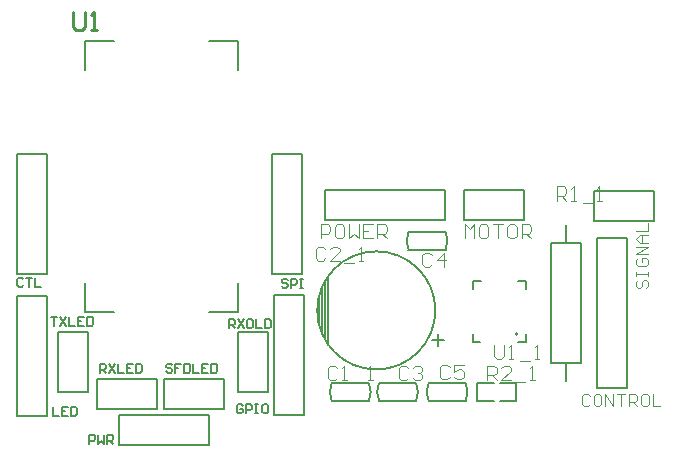
<source format=gto>
G04 Layer_Color=65535*
%FSLAX25Y25*%
%MOIN*%
G70*
G01*
G75*
%ADD17C,0.01000*%
%ADD35C,0.00787*%
%ADD36C,0.00591*%
%ADD37C,0.00500*%
%ADD38C,0.00472*%
D17*
X22125Y146936D02*
Y141937D01*
X23125Y140938D01*
X25124D01*
X26124Y141937D01*
Y146936D01*
X28123Y140938D02*
X30122D01*
X29123D01*
Y146936D01*
X28123Y145936D01*
D35*
X108370Y23336D02*
G03*
X108370Y17608I6387J-2864D01*
G01*
X120764Y17608D02*
G03*
X120764Y23336I-6387J2864D01*
G01*
X142913Y47638D02*
G03*
X142913Y47638I-19685J0D01*
G01*
X136512Y17608D02*
G03*
X136512Y23336I-6387J2864D01*
G01*
X124118D02*
G03*
X124118Y17608I6387J-2864D01*
G01*
X146354Y68002D02*
G03*
X146354Y73730I-6387J2864D01*
G01*
X133961Y73730D02*
G03*
X133961Y68002I6387J-2864D01*
G01*
X140654Y23336D02*
G03*
X140654Y17608I6387J-2864D01*
G01*
X153047Y17608D02*
G03*
X153047Y23336I-6387J2864D01*
G01*
X170390Y39764D02*
G03*
X170390Y39764I-311J0D01*
G01*
X88575Y59788D02*
X98575D01*
X88575D02*
Y99788D01*
X98575Y59788D02*
Y99788D01*
X88575D02*
X98575D01*
X89075Y12788D02*
X99075D01*
X89075D02*
Y52788D01*
X99075Y12788D02*
Y52788D01*
X89075D02*
X99075D01*
X77075Y20288D02*
Y40288D01*
Y20288D02*
X87075D01*
Y40288D01*
X77075D02*
X87075D01*
X52575Y24788D02*
X72575D01*
X52575Y14788D02*
Y24788D01*
Y14788D02*
X72575D01*
Y24788D01*
X30075Y14788D02*
X50075D01*
Y24788D01*
X30075D02*
X50075D01*
X30075Y14788D02*
Y24788D01*
X37575Y2788D02*
X67575D01*
Y12788D01*
X37575D02*
X67575D01*
X37575Y2788D02*
Y12788D01*
X3575Y59788D02*
X13575D01*
X3575D02*
Y99788D01*
X13575Y59788D02*
Y99788D01*
X3575D02*
X13575D01*
X3575Y12288D02*
X13575D01*
X3575D02*
Y52288D01*
X13575Y12288D02*
Y52288D01*
X3575D02*
X13575D01*
X25984Y137563D02*
X35827D01*
X25984Y127721D02*
Y137563D01*
X67323D02*
X77166D01*
Y127721D02*
Y137563D01*
X25984Y47012D02*
Y56854D01*
Y47012D02*
X35827D01*
X67323D02*
X77166D01*
Y56854D01*
X17075Y20288D02*
Y40288D01*
Y20288D02*
X27075D01*
Y40288D01*
X17075D02*
X27075D01*
X108370Y17472D02*
X120764D01*
X108370Y23472D02*
X120764D01*
X143728Y35638D02*
Y39638D01*
X141728Y37638D02*
X145728D01*
X124118Y23472D02*
X136512D01*
X124118Y17472D02*
X136512D01*
X133961Y73866D02*
X146354D01*
X133961Y67866D02*
X146354D01*
X140654Y17472D02*
X153047D01*
X140654Y23472D02*
X153047D01*
X196968Y71929D02*
X206968D01*
Y21929D02*
Y71929D01*
X196968Y21929D02*
Y71929D01*
Y21929D02*
X206968D01*
X172480Y77677D02*
Y87677D01*
X152480Y77677D02*
X172480D01*
X152480D02*
Y87677D01*
X172480D01*
X106024Y77677D02*
Y87677D01*
X146024D01*
X106024Y77677D02*
X146024D01*
Y87677D01*
X186614Y70000D02*
Y76000D01*
Y24000D02*
Y30000D01*
X181614D02*
X191614D01*
Y70000D01*
X181614D02*
X191614D01*
X181614Y30000D02*
Y70000D01*
X195787Y87283D02*
X215787D01*
X195787Y77284D02*
Y87283D01*
Y77284D02*
X215787D01*
Y87283D01*
X155315Y37106D02*
Y39665D01*
Y37106D02*
X157776D01*
X170472Y37205D02*
X173031D01*
Y39665D01*
X155315Y54823D02*
Y57284D01*
X158071D01*
X170374D02*
X173031D01*
Y54823D02*
Y57284D01*
D36*
X104228Y43138D02*
Y52138D01*
X105228Y40138D02*
Y55138D01*
X106228Y38138D02*
Y57138D01*
X107228Y36138D02*
Y59138D01*
X156886Y23472D02*
X162386D01*
X156886Y17472D02*
Y23472D01*
Y17472D02*
X162386D01*
X164386Y23472D02*
X169886D01*
Y17472D02*
Y23472D01*
X164386Y17472D02*
X169886D01*
D37*
X5543Y58011D02*
X5043Y58511D01*
X4043D01*
X3543Y58011D01*
Y56012D01*
X4043Y55512D01*
X5043D01*
X5543Y56012D01*
X6542Y58511D02*
X8542D01*
X7542D01*
Y55512D01*
X9541Y58511D02*
Y55512D01*
X11541D01*
X78771Y15885D02*
X78271Y16385D01*
X77271D01*
X76772Y15885D01*
Y13886D01*
X77271Y13386D01*
X78271D01*
X78771Y13886D01*
Y14885D01*
X77771D01*
X79771Y13386D02*
Y16385D01*
X81270D01*
X81770Y15885D01*
Y14885D01*
X81270Y14386D01*
X79771D01*
X82770Y16385D02*
X83769D01*
X83270D01*
Y13386D01*
X82770D01*
X83769D01*
X86768Y16385D02*
X85769D01*
X85269Y15885D01*
Y13886D01*
X85769Y13386D01*
X86768D01*
X87268Y13886D01*
Y15885D01*
X86768Y16385D01*
X15354Y15597D02*
Y12598D01*
X17354D01*
X20353Y15597D02*
X18353D01*
Y12598D01*
X20353D01*
X18353Y14098D02*
X19353D01*
X21352Y15597D02*
Y12598D01*
X22852D01*
X23352Y13098D01*
Y15098D01*
X22852Y15597D01*
X21352D01*
X27559Y3150D02*
Y6149D01*
X29059D01*
X29558Y5649D01*
Y4649D01*
X29059Y4149D01*
X27559D01*
X30558Y6149D02*
Y3150D01*
X31558Y4149D01*
X32557Y3150D01*
Y6149D01*
X33557Y3150D02*
Y6149D01*
X35057D01*
X35557Y5649D01*
Y4649D01*
X35057Y4149D01*
X33557D01*
X34557D02*
X35557Y3150D01*
X31102Y26772D02*
Y29771D01*
X32602D01*
X33102Y29271D01*
Y28271D01*
X32602Y27771D01*
X31102D01*
X32102D02*
X33102Y26772D01*
X34101Y29771D02*
X36101Y26772D01*
Y29771D02*
X34101Y26772D01*
X37100Y29771D02*
Y26772D01*
X39100D01*
X42099Y29771D02*
X40099D01*
Y26772D01*
X42099D01*
X40099Y28271D02*
X41099D01*
X43099Y29771D02*
Y26772D01*
X44598D01*
X45098Y27272D01*
Y29271D01*
X44598Y29771D01*
X43099D01*
X74016Y41732D02*
Y44731D01*
X75515D01*
X76015Y44232D01*
Y43232D01*
X75515Y42732D01*
X74016D01*
X75015D02*
X76015Y41732D01*
X77015Y44731D02*
X79014Y41732D01*
Y44731D02*
X77015Y41732D01*
X81513Y44731D02*
X80514D01*
X80014Y44232D01*
Y42232D01*
X80514Y41732D01*
X81513D01*
X82013Y42232D01*
Y44232D01*
X81513Y44731D01*
X83013D02*
Y41732D01*
X85012D01*
X86012Y44731D02*
Y41732D01*
X87511D01*
X88011Y42232D01*
Y44232D01*
X87511Y44731D01*
X86012D01*
X55149Y29271D02*
X54649Y29771D01*
X53649D01*
X53150Y29271D01*
Y28771D01*
X53649Y28271D01*
X54649D01*
X55149Y27771D01*
Y27272D01*
X54649Y26772D01*
X53649D01*
X53150Y27272D01*
X58148Y29771D02*
X56149D01*
Y28271D01*
X57148D01*
X56149D01*
Y26772D01*
X59148Y29771D02*
Y26772D01*
X60647D01*
X61147Y27272D01*
Y29271D01*
X60647Y29771D01*
X59148D01*
X62147D02*
Y26772D01*
X64146D01*
X67145Y29771D02*
X65146D01*
Y26772D01*
X67145D01*
X65146Y28271D02*
X66145D01*
X68145Y29771D02*
Y26772D01*
X69644D01*
X70144Y27272D01*
Y29271D01*
X69644Y29771D01*
X68145D01*
X93732Y57617D02*
X93232Y58117D01*
X92232D01*
X91732Y57617D01*
Y57117D01*
X92232Y56618D01*
X93232D01*
X93732Y56118D01*
Y55618D01*
X93232Y55118D01*
X92232D01*
X91732Y55618D01*
X94731Y55118D02*
Y58117D01*
X96231D01*
X96731Y57617D01*
Y56618D01*
X96231Y56118D01*
X94731D01*
X97730Y58117D02*
X98730D01*
X98230D01*
Y55118D01*
X97730D01*
X98730D01*
X14961Y45519D02*
X16960D01*
X15960D01*
Y42520D01*
X17960Y45519D02*
X19959Y42520D01*
Y45519D02*
X17960Y42520D01*
X20959Y45519D02*
Y42520D01*
X22958D01*
X25957Y45519D02*
X23958D01*
Y42520D01*
X25957D01*
X23958Y44019D02*
X24957D01*
X26957Y45519D02*
Y42520D01*
X28456D01*
X28956Y43020D01*
Y45019D01*
X28456Y45519D01*
X26957D01*
D38*
X110235Y28345D02*
X109448Y29132D01*
X107874D01*
X107087Y28345D01*
Y25197D01*
X107874Y24409D01*
X109448D01*
X110235Y25197D01*
X111810Y24409D02*
X113384D01*
X112597D01*
Y29132D01*
X111810Y28345D01*
X115745Y23622D02*
X118894D01*
X120468Y24409D02*
X122042D01*
X121255D01*
Y29132D01*
X120468Y28345D01*
X106298Y68109D02*
X105511Y68896D01*
X103937D01*
X103150Y68109D01*
Y64960D01*
X103937Y64173D01*
X105511D01*
X106298Y64960D01*
X111021Y64173D02*
X107872D01*
X111021Y67322D01*
Y68109D01*
X110234Y68896D01*
X108660D01*
X107872Y68109D01*
X112595Y63386D02*
X115744D01*
X117318Y64173D02*
X118893D01*
X118105D01*
Y68896D01*
X117318Y68109D01*
X133857Y28345D02*
X133070Y29132D01*
X131496D01*
X130709Y28345D01*
Y25197D01*
X131496Y24409D01*
X133070D01*
X133857Y25197D01*
X135432Y28345D02*
X136219Y29132D01*
X137793D01*
X138580Y28345D01*
Y27558D01*
X137793Y26771D01*
X137006D01*
X137793D01*
X138580Y25984D01*
Y25197D01*
X137793Y24409D01*
X136219D01*
X135432Y25197D01*
X141731Y66141D02*
X140944Y66928D01*
X139370D01*
X138583Y66141D01*
Y62992D01*
X139370Y62205D01*
X140944D01*
X141731Y62992D01*
X145667Y62205D02*
Y66928D01*
X143306Y64566D01*
X146454D01*
X147637Y28739D02*
X146850Y29526D01*
X145275D01*
X144488Y28739D01*
Y25590D01*
X145275Y24803D01*
X146850D01*
X147637Y25590D01*
X152360Y29526D02*
X149211D01*
Y27165D01*
X150785Y27952D01*
X151573D01*
X152360Y27165D01*
Y25590D01*
X151573Y24803D01*
X149998D01*
X149211Y25590D01*
X194356Y19028D02*
X193700Y19684D01*
X192388D01*
X191732Y19028D01*
Y16404D01*
X192388Y15748D01*
X193700D01*
X194356Y16404D01*
X197636Y19684D02*
X196324D01*
X195668Y19028D01*
Y16404D01*
X196324Y15748D01*
X197636D01*
X198292Y16404D01*
Y19028D01*
X197636Y19684D01*
X199604Y15748D02*
Y19684D01*
X202228Y15748D01*
Y19684D01*
X203539D02*
X206163D01*
X204851D01*
Y15748D01*
X207475D02*
Y19684D01*
X209443D01*
X210099Y19028D01*
Y17716D01*
X209443Y17060D01*
X207475D01*
X208787D02*
X210099Y15748D01*
X213379Y19684D02*
X212067D01*
X211411Y19028D01*
Y16404D01*
X212067Y15748D01*
X213379D01*
X214035Y16404D01*
Y19028D01*
X213379Y19684D01*
X215347D02*
Y15748D01*
X217970D01*
X152756Y71653D02*
Y76376D01*
X154330Y74802D01*
X155904Y76376D01*
Y71653D01*
X159840Y76376D02*
X158266D01*
X157479Y75589D01*
Y72441D01*
X158266Y71653D01*
X159840D01*
X160627Y72441D01*
Y75589D01*
X159840Y76376D01*
X162202D02*
X165350D01*
X163776D01*
Y71653D01*
X169286Y76376D02*
X167712D01*
X166925Y75589D01*
Y72441D01*
X167712Y71653D01*
X169286D01*
X170073Y72441D01*
Y75589D01*
X169286Y76376D01*
X171647Y71653D02*
Y76376D01*
X174009D01*
X174796Y75589D01*
Y74015D01*
X174009Y73228D01*
X171647D01*
X173222D02*
X174796Y71653D01*
X104724D02*
Y76376D01*
X107086D01*
X107873Y75589D01*
Y74015D01*
X107086Y73228D01*
X104724D01*
X111809Y76376D02*
X110234D01*
X109447Y75589D01*
Y72441D01*
X110234Y71653D01*
X111809D01*
X112596Y72441D01*
Y75589D01*
X111809Y76376D01*
X114170D02*
Y71653D01*
X115744Y73228D01*
X117319Y71653D01*
Y76376D01*
X122042D02*
X118893D01*
Y71653D01*
X122042D01*
X118893Y74015D02*
X120467D01*
X123616Y71653D02*
Y76376D01*
X125977D01*
X126765Y75589D01*
Y74015D01*
X125977Y73228D01*
X123616D01*
X125190D02*
X126765Y71653D01*
X183465Y84252D02*
Y88975D01*
X185826D01*
X186613Y88188D01*
Y86613D01*
X185826Y85826D01*
X183465D01*
X185039D02*
X186613Y84252D01*
X188187D02*
X189762D01*
X188975D01*
Y88975D01*
X188187Y88188D01*
X192123Y83465D02*
X195272D01*
X196846Y84252D02*
X198420D01*
X197633D01*
Y88975D01*
X196846Y88188D01*
X160236Y24409D02*
Y29132D01*
X162598D01*
X163385Y28345D01*
Y26771D01*
X162598Y25984D01*
X160236D01*
X161811D02*
X163385Y24409D01*
X168108D02*
X164959D01*
X168108Y27558D01*
Y28345D01*
X167321Y29132D01*
X165746D01*
X164959Y28345D01*
X169682Y23622D02*
X172831D01*
X174405Y24409D02*
X175979D01*
X175192D01*
Y29132D01*
X174405Y28345D01*
X210500Y57742D02*
X209844Y57086D01*
Y55774D01*
X210500Y55118D01*
X211156D01*
X211812Y55774D01*
Y57086D01*
X212468Y57742D01*
X213124D01*
X213779Y57086D01*
Y55774D01*
X213124Y55118D01*
X209844Y59054D02*
Y60366D01*
Y59710D01*
X213779D01*
Y59054D01*
Y60366D01*
X210500Y64957D02*
X209844Y64302D01*
Y62990D01*
X210500Y62334D01*
X213124D01*
X213779Y62990D01*
Y64302D01*
X213124Y64957D01*
X211812D01*
Y63645D01*
X213779Y66269D02*
X209844D01*
X213779Y68893D01*
X209844D01*
X213779Y70205D02*
X211156D01*
X209844Y71517D01*
X211156Y72829D01*
X213779D01*
X211812D01*
Y70205D01*
X209844Y74141D02*
X213779D01*
Y76765D01*
X162598Y36219D02*
Y32283D01*
X163386Y31496D01*
X164960D01*
X165747Y32283D01*
Y36219D01*
X167321Y31496D02*
X168896D01*
X168108D01*
Y36219D01*
X167321Y35432D01*
X171257Y30709D02*
X174406D01*
X175980Y31496D02*
X177554D01*
X176767D01*
Y36219D01*
X175980Y35432D01*
M02*

</source>
